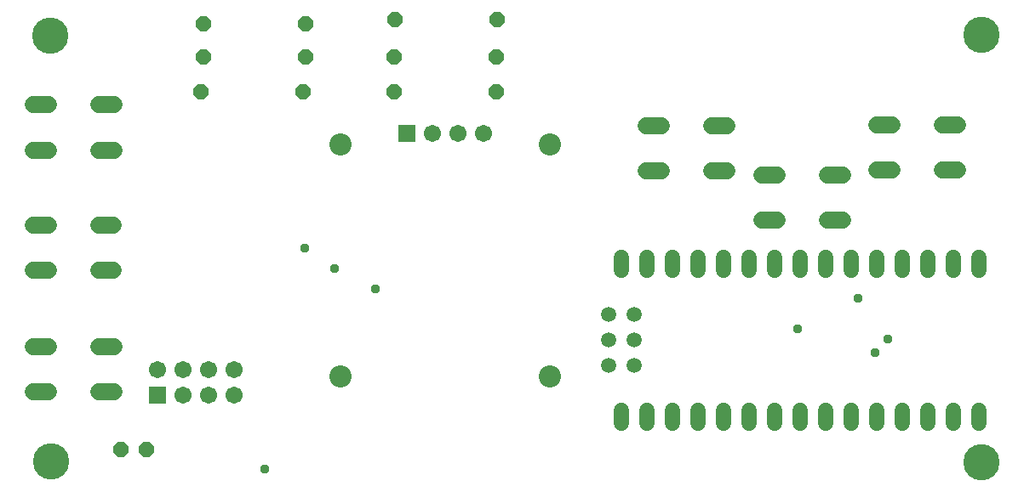
<source format=gbr>
G04 EAGLE Gerber RS-274X export*
G75*
%MOMM*%
%FSLAX34Y34*%
%LPD*%
%INSoldermask Bottom*%
%IPPOS*%
%AMOC8*
5,1,8,0,0,1.08239X$1,22.5*%
G01*
%ADD10C,3.603200*%
%ADD11R,1.711200X1.711200*%
%ADD12C,1.711200*%
%ADD13P,1.649562X8X202.500000*%
%ADD14P,1.649562X8X22.500000*%
%ADD15C,1.711200*%
%ADD16C,1.511200*%
%ADD17C,1.511200*%
%ADD18C,2.203200*%
%ADD19C,0.959600*%


D10*
X38000Y38000D03*
X37000Y462000D03*
X963000Y463000D03*
X963000Y37000D03*
D11*
X143900Y103600D03*
D12*
X220100Y129000D03*
X194700Y129000D03*
X169300Y129000D03*
X143900Y129000D03*
X169300Y103600D03*
X194700Y103600D03*
X220100Y103600D03*
D13*
X290700Y473400D03*
X189100Y473400D03*
X291300Y441100D03*
X189700Y441100D03*
X288300Y406100D03*
X186700Y406100D03*
D14*
X378700Y405900D03*
X480300Y405900D03*
X378700Y440900D03*
X480300Y440900D03*
X379700Y477700D03*
X481300Y477700D03*
D15*
X35440Y393000D02*
X20360Y393000D01*
X85360Y393000D02*
X100440Y393000D01*
X35440Y348000D02*
X20360Y348000D01*
X85360Y348000D02*
X100440Y348000D01*
X34840Y273000D02*
X19760Y273000D01*
X84760Y273000D02*
X99840Y273000D01*
X34840Y228000D02*
X19760Y228000D01*
X84760Y228000D02*
X99840Y228000D01*
X35240Y152200D02*
X20160Y152200D01*
X85160Y152200D02*
X100240Y152200D01*
X35240Y107200D02*
X20160Y107200D01*
X85160Y107200D02*
X100240Y107200D01*
X629560Y372200D02*
X644640Y372200D01*
X694560Y372200D02*
X709640Y372200D01*
X644640Y327200D02*
X629560Y327200D01*
X694560Y327200D02*
X709640Y327200D01*
X744960Y323200D02*
X760040Y323200D01*
X809960Y323200D02*
X825040Y323200D01*
X760040Y278200D02*
X744960Y278200D01*
X809960Y278200D02*
X825040Y278200D01*
X859360Y373200D02*
X874440Y373200D01*
X924360Y373200D02*
X939440Y373200D01*
X874440Y328200D02*
X859360Y328200D01*
X924360Y328200D02*
X939440Y328200D01*
D16*
X605400Y88940D02*
X605400Y75860D01*
X630800Y75860D02*
X630800Y88940D01*
X656200Y88940D02*
X656200Y75860D01*
X681600Y75860D02*
X681600Y88940D01*
X707000Y88940D02*
X707000Y75860D01*
X732400Y75860D02*
X732400Y88940D01*
X757800Y88940D02*
X757800Y75860D01*
X783200Y75860D02*
X783200Y88940D01*
X808600Y88940D02*
X808600Y75860D01*
X834000Y75860D02*
X834000Y88940D01*
X859400Y88940D02*
X859400Y75860D01*
X884800Y75860D02*
X884800Y88940D01*
X605400Y228260D02*
X605400Y241340D01*
X630800Y241340D02*
X630800Y228260D01*
X656200Y228260D02*
X656200Y241340D01*
X808600Y241340D02*
X808600Y228260D01*
X834000Y228260D02*
X834000Y241340D01*
X859400Y241340D02*
X859400Y228260D01*
X884800Y228260D02*
X884800Y241340D01*
X961000Y241340D02*
X961000Y228260D01*
X961000Y88940D02*
X961000Y75860D01*
X935600Y75860D02*
X935600Y88940D01*
X910200Y88940D02*
X910200Y75860D01*
X935600Y228260D02*
X935600Y241340D01*
X910200Y241340D02*
X910200Y228260D01*
X681600Y228260D02*
X681600Y241340D01*
D17*
X618100Y184000D03*
X618100Y158600D03*
X618100Y133200D03*
D16*
X783200Y228260D02*
X783200Y241340D01*
X757800Y241340D02*
X757800Y228260D01*
X732400Y228260D02*
X732400Y241340D01*
X707000Y241340D02*
X707000Y228260D01*
D17*
X592700Y184000D03*
X592700Y158600D03*
X592700Y133200D03*
D11*
X392000Y364800D03*
D12*
X417400Y364800D03*
X442800Y364800D03*
X468200Y364800D03*
D18*
X325960Y353370D03*
X534240Y353370D03*
X534240Y122230D03*
X325960Y122230D03*
D14*
X107300Y50000D03*
X132700Y50000D03*
D19*
X320000Y230000D03*
X360000Y210000D03*
X290000Y250000D03*
X840000Y200000D03*
X857000Y146000D03*
X250000Y30000D03*
X780000Y170000D03*
X870000Y160000D03*
M02*

</source>
